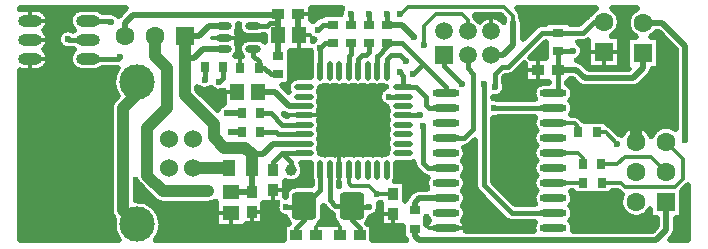
<source format=gtl>
G04 Layer_Physical_Order=1*
G04 Layer_Color=255*
%FSLAX24Y24*%
%MOIN*%
G70*
G01*
G75*
%ADD10C,0.0197*%
%ADD11R,0.0354X0.0276*%
%ADD12R,0.0276X0.0354*%
%ADD13O,0.0906X0.0236*%
%ADD14R,0.0394X0.0354*%
%ADD15R,0.0354X0.0394*%
G04:AMPARAMS|DCode=16|XSize=90.6mil|YSize=82.7mil|CornerRadius=12.4mil|HoleSize=0mil|Usage=FLASHONLY|Rotation=90.000|XOffset=0mil|YOffset=0mil|HoleType=Round|Shape=RoundedRectangle|*
%AMROUNDEDRECTD16*
21,1,0.0906,0.0579,0,0,90.0*
21,1,0.0657,0.0827,0,0,90.0*
1,1,0.0248,0.0289,0.0329*
1,1,0.0248,0.0289,-0.0329*
1,1,0.0248,-0.0289,-0.0329*
1,1,0.0248,-0.0289,0.0329*
%
%ADD16ROUNDEDRECTD16*%
%ADD17O,0.0650X0.0217*%
%ADD18O,0.0217X0.0650*%
%ADD19R,0.0453X0.0571*%
%ADD20O,0.0531X0.0236*%
%ADD21R,0.0571X0.0453*%
%ADD22R,0.0413X0.0551*%
%ADD23O,0.0787X0.0394*%
%ADD24C,0.0177*%
%ADD25C,0.0394*%
%ADD26C,0.0118*%
%ADD27C,0.0157*%
%ADD28C,0.0178*%
%ADD29C,0.0630*%
%ADD30R,0.0630X0.0630*%
%ADD31C,0.0591*%
%ADD32R,0.0591X0.0591*%
%ADD33R,0.0630X0.0630*%
%ADD34C,0.0600*%
%ADD35C,0.1181*%
%ADD36C,0.0236*%
%ADD37C,0.0394*%
D10*
X43981Y34291D02*
G03*
X44158Y34445I-251J468D01*
G01*
X43516Y35246D02*
G03*
X43479Y34291I215J-486D01*
G01*
X42953Y34789D02*
G03*
X42693Y35246I-531J0D01*
G01*
X42149D02*
G03*
X41972Y35074I272J-457D01*
G01*
D02*
G03*
X41867Y35005I110J-284D01*
G01*
X41972Y35074D02*
G03*
X41867Y35005I110J-284D01*
G01*
X42672Y34321D02*
G03*
X42953Y34789I-251J468D01*
G01*
X41722Y34124D02*
G03*
X41890Y34174I0J305D01*
G01*
X41722Y34124D02*
G03*
X41890Y34174I0J305D01*
G01*
X41722Y33829D02*
G03*
X41545Y34124I-335J0D01*
G01*
X41501Y33514D02*
G03*
X41722Y33829I-113J315D01*
G01*
X43953Y33035D02*
G03*
X44044Y33228I-223J223D01*
G01*
X43953Y33035D02*
G03*
X44044Y33228I-222J223D01*
G01*
X43396Y32608D02*
G03*
X43618Y32701I0J315D01*
G01*
X43396Y32608D02*
G03*
X43619Y32701I0J315D01*
G01*
X42665Y31307D02*
G03*
X42530Y31381I-195J-195D01*
G01*
X42665Y31307D02*
G03*
X42530Y31381I-195J-195D01*
G01*
X41719Y33421D02*
G03*
X41501Y33514I-223J-222D01*
G01*
X41549Y32701D02*
G03*
X41772Y32608I223J222D01*
G01*
X41549Y32701D02*
G03*
X41772Y32608I223J223D01*
G01*
X41719Y33422D02*
G03*
X41501Y33514I-223J-223D01*
G01*
X40354Y34734D02*
G03*
X40138Y34645I0J-305D01*
G01*
X40354Y34734D02*
G03*
X40139Y34645I0J-305D01*
G01*
X39665Y34990D02*
G03*
X39585Y35185I-276J0D01*
G01*
X39665Y34990D02*
G03*
X39585Y35185I-276J0D01*
G01*
X38145Y34913D02*
G03*
X38107Y35010I-271J-50D01*
G01*
X38145Y34913D02*
G03*
X38107Y35010I-271J-50D01*
G01*
X39705Y34774D02*
G03*
X39665Y34926I-315J0D01*
G01*
X39075Y34780D02*
G03*
X38268Y34805I-413J-302D01*
G01*
X38268D02*
G03*
X38145Y34913I-394J-327D01*
G01*
X39098Y34892D02*
G03*
X39075Y34780I292J-119D01*
G01*
X41398Y32417D02*
G03*
X41181Y32730I-335J0D01*
G01*
X41632Y31612D02*
G03*
X41437Y31693I-195J-195D01*
G01*
X41311D02*
G03*
X41398Y31917I-248J224D01*
G01*
X41632Y31612D02*
G03*
X41437Y31693I-195J-195D01*
G01*
X41398Y31917D02*
G03*
X41285Y32167I-335J0D01*
G01*
D02*
G03*
X41398Y32417I-222J250D01*
G01*
X40394Y32752D02*
G03*
X40122Y32222I0J-335D01*
G01*
X39222Y32992D02*
G03*
X39438Y33081I0J305D01*
G01*
X39222Y32992D02*
G03*
X39439Y33082I0J305D01*
G01*
X39124Y32621D02*
G03*
X39094Y32759I-335J0D01*
G01*
X38720Y32294D02*
G03*
X39124Y32621I69J327D01*
G01*
X38889Y32222D02*
G03*
X38720Y32250I-137J-305D01*
G01*
Y31584D02*
G03*
X38889Y31612I32J333D01*
G01*
X44813Y31220D02*
G03*
X43988Y30979I-325J-421D01*
G01*
D02*
G03*
X43006Y31022I-500J-180D01*
G01*
X43006D02*
G03*
X42925Y31048I-141J-303D01*
G01*
X42925Y29106D02*
G03*
X43017Y29046I195J195D01*
G01*
D02*
G03*
X43957Y28548I471J-246D01*
G01*
X42925Y29106D02*
G03*
X43017Y29046I195J195D01*
G01*
X40171Y31167D02*
G03*
X40171Y30667I222J-250D01*
G01*
X40122Y31612D02*
G03*
X40171Y31167I272J-195D01*
G01*
Y30667D02*
G03*
X40171Y30167I222J-250D01*
G01*
D02*
G03*
X40171Y29667I222J-250D01*
G01*
X41398Y28917D02*
G03*
X41311Y29142I-335J0D01*
G01*
X40171Y29667D02*
G03*
X40171Y29167I222J-250D01*
G01*
D02*
G03*
X40122Y28722I222J-250D01*
G01*
X44711Y27622D02*
G03*
X44803Y27844I-223J223D01*
G01*
X44710Y27621D02*
G03*
X44803Y27844I-222J223D01*
G01*
X41285Y28667D02*
G03*
X41398Y28917I-222J250D01*
G01*
Y28417D02*
G03*
X41285Y28667I-335J0D01*
G01*
Y28167D02*
G03*
X41398Y28417I-222J250D01*
G01*
Y27917D02*
G03*
X41285Y28167I-335J0D01*
G01*
X41387Y27835D02*
G03*
X41398Y27917I-324J83D01*
G01*
X40122Y28112D02*
G03*
X40069Y27835I272J-195D01*
G01*
X37752Y30612D02*
G03*
X37964Y30702I-4J305D01*
G01*
X37752Y30612D02*
G03*
X37964Y30702I-4J305D01*
G01*
X37815Y30417D02*
G03*
X37752Y30612I-335J0D01*
G01*
X37703Y30167D02*
G03*
X37815Y30417I-222J250D01*
G01*
Y29917D02*
G03*
X37703Y30167I-335J0D01*
G01*
Y29667D02*
G03*
X37815Y29917I-222J250D01*
G01*
X36073Y30098D02*
G03*
X36162Y29883I305J0D01*
G01*
X35935Y30089D02*
G03*
X36073Y30119I0J325D01*
G01*
Y30098D02*
G03*
X36163Y29882I305J0D01*
G01*
X37815Y29417D02*
G03*
X37703Y29667I-335J0D01*
G01*
X36343Y29702D02*
G03*
X36539Y29613I216J216D01*
G01*
X36343Y29702D02*
G03*
X36539Y29613I216J215D01*
G01*
Y29613D02*
G03*
X36532Y29232I272J-196D01*
G01*
X37703Y29167D02*
G03*
X37815Y29417I-222J250D01*
G01*
X39122Y28202D02*
G03*
X39339Y28112I216J215D01*
G01*
X39123Y28202D02*
G03*
X39339Y28112I216J216D01*
G01*
X38110Y29341D02*
G03*
X38200Y29124I305J0D01*
G01*
X38110Y29341D02*
G03*
X38200Y29125I305J0D01*
G01*
X37805Y27835D02*
G03*
X37815Y27917I-324J83D01*
G01*
Y28917D02*
G03*
X37703Y29167I-335J0D01*
G01*
X36250Y29232D02*
G03*
X36027Y29140I0J-315D01*
G01*
X37703Y28667D02*
G03*
X37815Y28917I-222J250D01*
G01*
X36250Y29232D02*
G03*
X36027Y29140I0J-315D01*
G01*
X35880Y28993D02*
G03*
X35803Y28868I222J-223D01*
G01*
X35880Y28992D02*
G03*
X35803Y28868I223J-223D01*
G01*
X37703Y28167D02*
G03*
X37815Y28417I-222J250D01*
G01*
D02*
G03*
X37703Y28667I-335J0D01*
G01*
X36496Y28304D02*
G03*
X36589Y28167I315J113D01*
G01*
X37815Y27917D02*
G03*
X37703Y28167I-335J0D01*
G01*
X36589D02*
G03*
X36496Y28030I222J-250D01*
G01*
X35810Y27549D02*
G03*
X35824Y27520I292J118D01*
G01*
X35810Y27549D02*
G03*
X35824Y27520I292J118D01*
G01*
X33692Y35246D02*
G03*
X33642Y35049I284J-177D01*
G01*
X33041Y35000D02*
G03*
X32982Y34994I0J-305D01*
G01*
X33041Y35000D02*
G03*
X32982Y34994I0J-305D01*
G01*
D02*
G03*
X32825Y34910I59J-299D01*
G01*
X32982Y34994D02*
G03*
X32825Y34910I59J-299D01*
G01*
X32707Y34238D02*
G03*
X32769Y34210I167J290D01*
G01*
X32755Y34841D02*
G03*
X32707Y34817I119J-313D01*
G01*
X32769Y34210D02*
G03*
X32707Y34153I194J-273D01*
G01*
X32657Y33497D02*
G03*
X32638Y33386I305J-111D01*
G01*
X32643Y33839D02*
G03*
X32657Y33800I320J98D01*
G01*
X30876Y34311D02*
G03*
X31033Y34350I0J335D01*
G01*
X31112Y34135D02*
G03*
X30876Y34232I-236J-237D01*
G01*
X30255Y34724D02*
G03*
X30581Y34311I325J-79D01*
G01*
Y34232D02*
G03*
X30354Y33652I0J-335D01*
G01*
X35166Y32628D02*
G03*
X35177Y31976I81J-325D01*
G01*
X35010Y32669D02*
G03*
X35166Y32628I157J284D01*
G01*
X35177Y31976D02*
G03*
X35218Y31831I325J13D01*
G01*
D02*
G03*
X35218Y31516I284J-157D01*
G01*
X34380Y32669D02*
G03*
X34695Y32669I157J284D01*
G01*
X34065D02*
G03*
X34380Y32669I157J284D01*
G01*
X34695D02*
G03*
X35010Y32669I157J284D01*
G01*
X33120D02*
G03*
X33435Y32669I157J284D01*
G01*
X32953Y32628D02*
G03*
X33120Y32669I10J325D01*
G01*
X33750D02*
G03*
X34065Y32669I157J284D01*
G01*
X33435D02*
G03*
X33750Y32669I157J284D01*
G01*
X35218Y31516D02*
G03*
X35218Y31201I284J-157D01*
G01*
Y31201D02*
G03*
X35218Y30886I284J-157D01*
G01*
D02*
G03*
X35218Y30571I284J-157D01*
G01*
Y30571D02*
G03*
X35177Y30403I284J-157D01*
G01*
X32195Y32943D02*
G03*
X31949Y32830I0J-325D01*
G01*
X32912Y32461D02*
G03*
X32953Y32618I-284J157D01*
G01*
X32912Y32146D02*
G03*
X32953Y32303I-284J157D01*
G01*
D02*
G03*
X32912Y32461I-325J0D01*
G01*
X31949Y32830D02*
G03*
X31877Y32687I246J-212D01*
G01*
D02*
G03*
X31911Y32461I317J-69D01*
G01*
X32912Y31831D02*
G03*
X32953Y31988I-284J157D01*
G01*
D02*
G03*
X32912Y32146I-325J0D01*
G01*
Y31516D02*
G03*
X32953Y31673I-284J157D01*
G01*
D02*
G03*
X32912Y31831I-325J0D01*
G01*
X32953Y31358D02*
G03*
X32912Y31516I-325J0D01*
G01*
Y30571D02*
G03*
X32953Y30728I-284J157D01*
G01*
X32912Y30886D02*
G03*
X32953Y31043I-284J157D01*
G01*
X31738Y31730D02*
G03*
X31870Y31677I181J258D01*
G01*
X31738Y31730D02*
G03*
X31870Y31677I181J258D01*
G01*
X32953Y30728D02*
G03*
X32912Y30886I-325J0D01*
G01*
X32953Y31043D02*
G03*
X32912Y31201I-325J0D01*
G01*
X32953Y30413D02*
G03*
X32912Y30571I-325J0D01*
G01*
Y31201D02*
G03*
X32953Y31358I-284J157D01*
G01*
X26026Y35114D02*
G03*
X25935Y35128I-91J-291D01*
G01*
X26026Y35114D02*
G03*
X25935Y35128I-91J-291D01*
G01*
X25692D02*
G03*
X25413Y35236I-279J-305D01*
G01*
X30226Y34646D02*
G03*
X30217Y34724I-335J0D01*
G01*
X30169Y34459D02*
G03*
X30226Y34646I-278J187D01*
G01*
Y33898D02*
G03*
X30169Y34085I-335J0D01*
G01*
D02*
G03*
X30226Y34272I-278J187D01*
G01*
X30119Y33652D02*
G03*
X30226Y33898I-227J246D01*
G01*
X26238Y34990D02*
G03*
X26026Y35114I-263J-207D01*
G01*
X30226Y34272D02*
G03*
X30169Y34459I-335J0D01*
G01*
X25020Y35236D02*
G03*
X24752Y34508I0J-413D01*
G01*
X23898Y34823D02*
G03*
X23484Y35236I-413J0D01*
G01*
X23091D02*
G03*
X22943Y35209I0J-413D01*
G01*
X24722Y34498D02*
G03*
X24628Y33888I-175J-285D01*
G01*
X24752Y33878D02*
G03*
X25020Y33150I268J-315D01*
G01*
X23898Y34193D02*
G03*
X23752Y34508I-413J0D01*
G01*
D02*
G03*
X23898Y34823I-268J315D01*
G01*
X23752Y33878D02*
G03*
X23898Y34193I-268J315D01*
G01*
Y33563D02*
G03*
X23752Y33878I-413J0D01*
G01*
X28864Y32621D02*
G03*
X29318Y32596I240J233D01*
G01*
X29318D02*
G03*
X29744Y32500I269J199D01*
G01*
X26209Y33258D02*
G03*
X26205Y32311I652J-476D01*
G01*
X25413Y33150D02*
G03*
X25692Y33258I0J413D01*
G01*
X29744Y32059D02*
G03*
X29537Y31855I108J-317D01*
G01*
X26096Y32202D02*
G03*
X25974Y31909I292J-293D01*
G01*
X26095Y32202D02*
G03*
X25974Y31909I292J-292D01*
G01*
X23484Y33150D02*
G03*
X23898Y33563I0J413D01*
G01*
X22943Y33177D02*
G03*
X23091Y33150I148J386D01*
G01*
X35177Y30403D02*
G03*
X35010Y30363I-10J-325D01*
G01*
X34380D02*
G03*
X34065Y30363I-157J-284D01*
G01*
X35446Y29478D02*
G03*
X35492Y29646I-278J167D01*
G01*
X35010Y30363D02*
G03*
X34695Y30363I-157J-284D01*
G01*
X34695D02*
G03*
X34380Y30363I-157J-284D01*
G01*
X34065D02*
G03*
X33750Y30363I-157J-284D01*
G01*
X33435D02*
G03*
X33120Y30363I-157J-284D01*
G01*
X33120D02*
G03*
X32953Y30403I-157J-284D01*
G01*
X33750Y30363D02*
G03*
X33435Y30363I-157J-284D01*
G01*
X33573Y29321D02*
G03*
X33603Y29321I20J324D01*
G01*
D02*
G03*
X33573Y29309I114J-321D01*
G01*
X32638Y29646D02*
G03*
X32667Y29510I325J0D01*
G01*
X32402Y29852D02*
G03*
X32327Y30089I-413J0D01*
G01*
X31791Y29489D02*
G03*
X32402Y29852I197J364D01*
G01*
X32142Y29341D02*
G03*
X31801Y29000I0J-341D01*
G01*
X31530Y28770D02*
G03*
X31806Y28288I300J-148D01*
G01*
X34913Y28740D02*
G03*
X34980Y28765I-80J325D01*
G01*
X34633Y28299D02*
G03*
X34931Y28632I-37J333D01*
G01*
D02*
G03*
X34913Y28740I-335J0D01*
G01*
X34520Y28087D02*
G03*
X34633Y28299I-225J256D01*
G01*
X33376Y28343D02*
G03*
X33512Y28070I341J0D01*
G01*
X33256Y28462D02*
G03*
X33376Y28390I209J209D01*
G01*
X33256Y28462D02*
G03*
X33376Y28390I209J209D01*
G01*
X31806Y28288D02*
G03*
X31912Y28091I336J54D01*
G01*
X32926Y28071D02*
G03*
X33061Y28343I-205J272D01*
G01*
X29231Y28730D02*
G03*
X29469Y28804I1J413D01*
G01*
X29232Y28730D02*
G03*
X29469Y28804I0J413D01*
G01*
X27424Y28852D02*
G03*
X27717Y28730I293J292D01*
G01*
X27424Y28851D02*
G03*
X27717Y28730I292J292D01*
G01*
X26801Y29539D02*
G03*
X26903Y29373I394J126D01*
G01*
X26801Y29539D02*
G03*
X26903Y29373I394J126D01*
G01*
X27667Y28041D02*
G03*
X26801Y28846I-807J0D01*
G01*
X25974Y28514D02*
G03*
X26078Y28240I413J0D01*
G01*
X25974Y28514D02*
G03*
X26078Y28240I413J0D01*
G01*
X26078D02*
G03*
X26244Y27520I782J-199D01*
G01*
X27476D02*
G03*
X27667Y28041I-616J522D01*
G01*
X31555Y33651D02*
Y34754D01*
X44158Y34445D02*
X44234D01*
X44173Y34291D02*
Y34445D01*
X44252Y34291D02*
Y34427D01*
X44130Y34409D02*
X44269D01*
X44262Y34252D02*
X44427D01*
X44094Y34291D02*
Y34373D01*
X44262Y34173D02*
X44505D01*
X44044Y34331D02*
X44348D01*
X43981Y34291D02*
X44262D01*
X43199D02*
X43479D01*
X43386Y35165D02*
Y35246D01*
X43307Y35081D02*
Y35246D01*
X43228Y34934D02*
Y35246D01*
X42924Y34961D02*
X43238D01*
X42945Y34882D02*
X43213D01*
X42953Y34803D02*
X43201D01*
X43307Y34291D02*
Y34438D01*
X43228Y34291D02*
Y34585D01*
X43386Y34291D02*
Y34355D01*
X42933Y34646D02*
X43211D01*
X42949Y34724D02*
X43200D01*
X42953Y34252D02*
X43199D01*
X44567Y31325D02*
Y34112D01*
X44488Y31331D02*
Y34190D01*
X44409Y31325D02*
Y34269D01*
X44234Y34445D02*
X44813Y33866D01*
X44262Y33228D02*
Y34291D01*
X44331Y31307D02*
Y34348D01*
X44646Y31307D02*
Y34033D01*
X44262Y34094D02*
X44584D01*
X44724Y31275D02*
Y33954D01*
X44262Y33937D02*
X44742D01*
X44262Y34016D02*
X44663D01*
X44262Y33858D02*
X44813D01*
X43150Y33238D02*
Y35246D01*
X43071Y33238D02*
Y35246D01*
X43199Y33238D02*
Y34291D01*
X42953Y34173D02*
X43199D01*
X42953Y33258D02*
Y34321D01*
X42992Y33238D02*
Y35246D01*
X42953Y33858D02*
X43199D01*
X42953Y33937D02*
X43199D01*
X42953Y33779D02*
X43199D01*
X42953Y34094D02*
X43199D01*
X42953Y34016D02*
X43199D01*
X42835Y35124D02*
Y35246D01*
X42756Y35202D02*
Y35246D01*
X42913Y34990D02*
Y35246D01*
X42693D02*
X43516D01*
X42047Y35167D02*
Y35246D01*
X42763Y35197D02*
X43428D01*
X42839Y35118D02*
X43338D01*
X42890Y35039D02*
X43278D01*
X39524Y35246D02*
X42149D01*
X39573Y35197D02*
X42080D01*
X41968Y35072D02*
Y35246D01*
X41890Y35026D02*
Y35246D01*
X39634Y35118D02*
X42004D01*
X41811Y34949D02*
Y35246D01*
X41732Y34870D02*
Y35246D01*
X39686Y34882D02*
X41744D01*
X41596Y34734D02*
X41867Y35005D01*
X39661Y35039D02*
X41908D01*
X39665Y34961D02*
X41822D01*
X42859Y34488D02*
X43274D01*
X42904Y34567D02*
X43235D01*
X42913Y34321D02*
Y34588D01*
X42793Y34409D02*
X43331D01*
X42835Y34321D02*
Y34455D01*
X42690Y34331D02*
X43417D01*
X42756Y34321D02*
Y34376D01*
X42672Y34321D02*
X42953D01*
X41721Y33858D02*
X41890D01*
Y33258D02*
Y34174D01*
X41811Y33329D02*
Y34137D01*
X41890Y33251D02*
Y34174D01*
X41545Y34124D02*
X41722D01*
X41732Y33408D02*
Y34124D01*
X41704Y33937D02*
X41890D01*
X41665Y34016D02*
X41890D01*
X41719Y33779D02*
X41890D01*
X41591Y34094D02*
X41890D01*
X44262Y33701D02*
X44813D01*
X44262Y33779D02*
X44813D01*
X44262Y33465D02*
X44813D01*
X44262Y33307D02*
X44813D01*
X44262Y33386D02*
X44813D01*
X44044Y33228D02*
X44813D01*
X43984Y33071D02*
X44813D01*
X44026Y33150D02*
X44813D01*
X43910Y32992D02*
X44813D01*
X43752Y32835D02*
X44813D01*
X43831Y32913D02*
X44813D01*
X43674Y32756D02*
X44813D01*
X44262Y33622D02*
X44813D01*
X42953D02*
X43199D01*
X44262Y33543D02*
X44813D01*
X42953D02*
X43199D01*
X42953Y33701D02*
X43199D01*
X42953Y33465D02*
X43199D01*
X44044Y33228D02*
X44262D01*
X42953Y33307D02*
X43199D01*
X42953Y33386D02*
X43199D01*
Y33238D02*
X43265D01*
X43701Y31286D02*
Y32783D01*
X43622Y31314D02*
Y32704D01*
X44252Y31275D02*
Y33228D01*
X43619Y32701D02*
X43953Y33035D01*
X43592Y32677D02*
X44813D01*
X43753Y31260D02*
X44223D01*
X44753D02*
X44813D01*
X42530Y31417D02*
X44813D01*
X42530Y31496D02*
X44813D01*
X42628Y31339D02*
X44813D01*
X43543Y31328D02*
Y32645D01*
X43464Y31330D02*
Y32616D01*
X43307Y31299D02*
Y32608D01*
X42677Y31295D02*
Y32608D01*
X42598Y31356D02*
Y32608D01*
X43228Y31263D02*
Y32608D01*
X43386Y31321D02*
Y32608D01*
X42530Y31381D02*
Y31506D01*
X42713Y31260D02*
X43223D01*
X41902Y33238D02*
X43199D01*
X41772Y32608D02*
X43396D01*
X41890Y33258D02*
X42953D01*
X41344Y32598D02*
X44813D01*
X41397Y32441D02*
X44813D01*
X41382Y32520D02*
X44813D01*
X41393Y32362D02*
X44813D01*
X41321Y32205D02*
X44813D01*
X41370Y32283D02*
X44813D01*
X41325Y32126D02*
X44813D01*
X41697Y33701D02*
X41890D01*
X41665Y33465D02*
X41890D01*
X41562Y33543D02*
X41890D01*
X41651Y33622D02*
X41890D01*
X41833Y33307D02*
X41890D01*
X41755Y33386D02*
X41890D01*
X41719Y33421D02*
X41902Y33238D01*
X42441Y31506D02*
Y32608D01*
X42362Y31506D02*
Y32608D01*
X42520Y31506D02*
Y32608D01*
X41394Y31968D02*
X44813D01*
X41371Y32047D02*
X44813D01*
X42283Y31506D02*
Y32608D01*
X41669Y31575D02*
X44813D01*
X41579Y31653D02*
X44813D01*
X41920Y31506D02*
X42530D01*
X41380Y31811D02*
X44813D01*
X41396Y31890D02*
X44813D01*
X41342Y31732D02*
X44813D01*
X42047Y31506D02*
Y32608D01*
X41968Y31506D02*
Y32608D01*
X42126Y31506D02*
Y32608D01*
X41811Y31506D02*
Y32608D01*
X41732Y31512D02*
Y32611D01*
X41890Y31506D02*
Y32608D01*
X41821Y31506D02*
X41920D01*
X41821D02*
X41920D01*
X42205D02*
Y32608D01*
X41632Y31612D02*
X41738Y31506D01*
X41821D01*
X41653Y34792D02*
Y35246D01*
X41575Y34734D02*
Y35246D01*
X41496Y34734D02*
Y35246D01*
X41339Y34734D02*
Y35246D01*
X41181Y34783D02*
Y35246D01*
X41417Y34734D02*
Y35246D01*
X41270Y34734D02*
X41596D01*
X41260Y34783D02*
Y35246D01*
X41270Y34734D02*
Y34783D01*
X40482D02*
X41270D01*
X41024D02*
Y35246D01*
X41102Y34783D02*
Y35246D01*
X40866Y34783D02*
Y35246D01*
X40787Y34783D02*
Y35246D01*
X40945Y34783D02*
Y35246D01*
X40630Y34783D02*
Y35246D01*
X40551Y34783D02*
Y35246D01*
X40709Y34783D02*
Y35246D01*
X40472Y34734D02*
Y35246D01*
X40394Y34734D02*
Y35246D01*
X40482Y34734D02*
Y34783D01*
X40354Y34734D02*
X40482D01*
X40315Y34732D02*
Y35246D01*
X40236Y34710D02*
Y35246D01*
X40482Y34075D02*
Y34124D01*
Y34075D02*
Y34124D01*
X41653Y34032D02*
Y34124D01*
X40372Y34016D02*
X40482D01*
X40451Y34094D02*
X40482D01*
Y33593D02*
Y34075D01*
X41653Y33472D02*
Y33625D01*
X41575Y33504D02*
Y33551D01*
X40215Y33858D02*
X40482D01*
X40294Y33937D02*
X40482D01*
X40136Y33779D02*
X40482D01*
X40394Y33593D02*
Y34037D01*
X40157Y34662D02*
Y35246D01*
X40472Y33593D02*
Y34116D01*
X40079Y34585D02*
Y35246D01*
X40236Y33593D02*
Y33879D01*
X40157Y33593D02*
Y33801D01*
X40315Y33593D02*
Y33958D01*
X40057Y33701D02*
X40482D01*
X40079Y33593D02*
Y33722D01*
X39606Y35161D02*
Y35246D01*
X39685Y34883D02*
Y35246D01*
X39524D02*
X39585Y35185D01*
X38107Y35010D02*
X38980D01*
X39665Y34926D02*
Y34990D01*
X38980Y35010D02*
X39098Y34892D01*
X39055Y34805D02*
Y34935D01*
X38833Y34961D02*
X39030D01*
X38976Y34882D02*
Y35010D01*
X38976Y34882D02*
X39094D01*
X38819Y34965D02*
Y35010D01*
X38504Y34965D02*
Y35010D01*
X38898Y34932D02*
Y35010D01*
X38425Y34932D02*
Y35010D01*
X38346Y34882D02*
Y35010D01*
X38189Y34882D02*
X38347D01*
X38189Y34882D02*
Y35010D01*
X38268Y34805D02*
Y35010D01*
X38131Y34961D02*
X38490D01*
X39705Y34724D02*
X40277D01*
X40000Y34506D02*
Y35246D01*
X39921Y34427D02*
Y35246D01*
X39703Y34803D02*
X41665D01*
X39705Y34646D02*
X40139D01*
X39705Y34211D02*
X40138Y34645D01*
X39979Y33622D02*
X40482D01*
X40000Y33593D02*
Y33643D01*
X39949Y33593D02*
X40481Y34124D01*
X39705Y34567D02*
X40061D01*
X39705Y34488D02*
X39982D01*
X39949Y33593D02*
X40463D01*
X39842Y34349D02*
Y35246D01*
X39764Y34270D02*
Y35246D01*
X39705Y34409D02*
X39903D01*
X39705Y34331D02*
X39824D01*
X39705Y34252D02*
X39746D01*
X39705Y34211D02*
Y34774D01*
X41289Y32884D02*
X41366D01*
X41289Y32805D02*
Y32884D01*
X41366D02*
X41549Y32701D01*
X41289Y32835D02*
X41415D01*
X41181Y32805D02*
X41289D01*
X40463D02*
X40571D01*
X41260Y32688D02*
Y32805D01*
X41181Y32730D02*
Y32805D01*
X41274Y32677D02*
X41575D01*
X41181Y32756D02*
X41494D01*
X40571Y32752D02*
Y32805D01*
X40394Y32752D02*
X40571D01*
X40472D02*
Y32805D01*
X40551Y32752D02*
Y32805D01*
X39793D02*
Y33437D01*
X40463Y32805D02*
X40571D01*
X40394Y32752D02*
Y32805D01*
X40315Y32743D02*
Y32805D01*
X39793D02*
X40463D01*
X40236Y32713D02*
Y32805D01*
X41575Y31656D02*
Y32677D01*
X41496Y31687D02*
Y32753D01*
X41653Y31591D02*
Y32631D01*
X41339Y32607D02*
Y32884D01*
X41417Y31693D02*
Y32832D01*
X41311Y31693D02*
X41437D01*
X40157Y32654D02*
Y32805D01*
X40079Y32530D02*
Y32805D01*
X40000Y32222D02*
Y32805D01*
X39842Y32222D02*
Y32805D01*
X39764Y32222D02*
Y33407D01*
X39921Y32222D02*
Y32805D01*
X41339Y32107D02*
Y32227D01*
X40079Y32222D02*
Y32304D01*
X41339Y31693D02*
Y31727D01*
X40079Y31530D02*
Y31612D01*
X39664Y33307D02*
X39793D01*
X39742Y33386D02*
X39793D01*
X39506Y33150D02*
X39793D01*
X39427Y33071D02*
X39793D01*
X39439Y33082D02*
X39793Y33437D01*
X39096Y32756D02*
X40571D01*
X39119Y32677D02*
X40183D01*
X39123Y32598D02*
X40112D01*
X39108Y32520D02*
X40075D01*
X39001Y32362D02*
X40064D01*
X39071Y32441D02*
X40060D01*
X38720Y32283D02*
X40087D01*
X39585Y33228D02*
X39793D01*
X39142Y32992D02*
X39793D01*
X39142Y32992D02*
X39222D01*
X39094Y32944D02*
X39142Y32992D01*
X39094Y32835D02*
X39793D01*
X39094Y32913D02*
X39793D01*
X39094Y32759D02*
Y32944D01*
X39606Y32222D02*
Y33250D01*
X39527Y32222D02*
Y33171D01*
X39685Y32222D02*
Y33328D01*
X38889Y32222D02*
X40122D01*
X39370D02*
Y33030D01*
X39449Y32222D02*
Y33092D01*
X38889Y31612D02*
X40122D01*
X38720Y31575D02*
X40098D01*
X38720Y31496D02*
X40068D01*
X38720Y31339D02*
X40068D01*
X38720Y31417D02*
X40059D01*
X38720Y31260D02*
X40098D01*
X39213Y32222D02*
Y32992D01*
X39134Y32222D02*
Y32984D01*
X39291Y32222D02*
Y33000D01*
X38976Y32222D02*
Y32344D01*
X38898Y32222D02*
Y32305D01*
X39055Y32222D02*
Y32418D01*
X38740Y32252D02*
Y32290D01*
X38720Y32250D02*
Y32294D01*
X38819Y32245D02*
Y32288D01*
X44803Y31227D02*
Y33876D01*
X44173Y31227D02*
Y33228D01*
X44813Y31220D02*
Y33866D01*
X44094Y31156D02*
Y33228D01*
X43937Y31084D02*
Y33019D01*
X44016Y31043D02*
Y33125D01*
X43925Y31102D02*
X44052D01*
X43970Y31024D02*
X44006D01*
X43858Y31181D02*
X44118D01*
X43858Y31181D02*
Y32940D01*
X43779Y31244D02*
Y32862D01*
X43150Y31209D02*
Y32608D01*
X43071Y31128D02*
Y32608D01*
X42913Y31059D02*
Y32608D01*
X42756Y31217D02*
Y32608D01*
X42992Y31028D02*
Y32608D01*
X42870Y31102D02*
X43052D01*
X42791Y31181D02*
X43118D01*
X42835Y31138D02*
Y32608D01*
X42665Y31307D02*
X42925Y31048D01*
X45163Y29291D02*
X45217D01*
X45197Y27520D02*
Y29325D01*
X45217Y27520D02*
Y29345D01*
X45020Y29148D02*
X45217Y29345D01*
X45085Y29213D02*
X45217D01*
X45118Y27520D02*
Y29246D01*
X45020Y29134D02*
X45217D01*
X45020Y28268D02*
Y29148D01*
X45039Y27520D02*
Y29167D01*
X45020Y29055D02*
X45217D01*
X42868Y29163D02*
X42925Y29106D01*
X42835Y27835D02*
Y29163D01*
X42756Y27835D02*
Y29163D01*
X42697Y29134D02*
X42898D01*
X42697Y29163D02*
X42868D01*
X42697Y29045D02*
Y29163D01*
X42992Y28990D02*
Y29057D01*
X42913Y27835D02*
Y29118D01*
X42697Y29055D02*
X42996D01*
X42126Y27835D02*
Y29045D01*
X38720Y31181D02*
X40157D01*
X38720Y31102D02*
X40115D01*
X38720Y30709D02*
X40132D01*
X38720Y30630D02*
X40135D01*
X38720Y30236D02*
X40112D01*
X38720Y30157D02*
X40161D01*
X38720Y29685D02*
X40153D01*
X38720Y29606D02*
X40117D01*
X40079Y31030D02*
Y31304D01*
X38720Y31024D02*
X40076D01*
X40079Y30530D02*
Y30804D01*
X38720Y30551D02*
X40087D01*
X38720Y30787D02*
X40085D01*
X38720Y30315D02*
X40075D01*
X40079Y29530D02*
Y29804D01*
Y30030D02*
Y30304D01*
X38720Y29527D02*
X40078D01*
X38720Y30079D02*
X40101D01*
X38720Y29764D02*
X40096D01*
X41732Y27835D02*
Y29045D01*
X41575Y27835D02*
Y29045D01*
X41811Y27835D02*
Y29045D01*
X41417Y27835D02*
Y29045D01*
X41496Y27835D02*
Y29045D01*
X41988D02*
X42087D01*
X41988D02*
X42087D01*
X42047Y27835D02*
Y29045D01*
X41378D02*
X41988D01*
X41890Y27835D02*
Y29045D01*
X41968Y27835D02*
Y29045D01*
X41378D02*
Y29142D01*
X40079Y29030D02*
Y29304D01*
X38975Y29213D02*
X40129D01*
X38896Y29291D02*
X40084D01*
X41318Y29134D02*
X41378D01*
X41311Y29142D02*
X41378D01*
X41339Y29107D02*
Y29142D01*
X39054Y29134D02*
X40139D01*
X39132Y29055D02*
X40089D01*
X45020Y28504D02*
X45217D01*
X45020Y28583D02*
X45217D01*
X45020Y28425D02*
X45217D01*
X45020Y28898D02*
X45217D01*
X45020Y28976D02*
X45217D01*
X45020Y28661D02*
X45217D01*
X44803Y28268D02*
X45217D01*
X45020Y28346D02*
X45217D01*
X44803Y28189D02*
X45217D01*
X44803Y27953D02*
X45217D01*
X44803Y28110D02*
X45217D01*
X44803Y27874D02*
X45217D01*
X45020Y28740D02*
X45217D01*
X45020Y28819D02*
X45217D01*
X44803Y27844D02*
Y28268D01*
X43766Y28346D02*
X43957D01*
X43866Y28425D02*
X43957D01*
Y28268D02*
Y28548D01*
X44803Y28031D02*
X45217D01*
X44803Y28268D02*
X45020D01*
X44173Y27975D02*
Y28268D01*
X43957D02*
X44173D01*
X44173Y27975D02*
Y28268D01*
X44094Y27896D02*
Y28268D01*
X44882Y27520D02*
Y28268D01*
X44803Y27520D02*
Y27837D01*
X44961Y27520D02*
Y28268D01*
X44799Y27795D02*
X45217D01*
X44726Y27638D02*
X45217D01*
X44776Y27716D02*
X45217D01*
X44724Y27520D02*
Y27636D01*
X44609Y27520D02*
X45217D01*
X44648Y27559D02*
X45217D01*
X44609Y27520D02*
X44710Y27621D01*
X43858Y27835D02*
Y28418D01*
X43779Y27835D02*
Y28355D01*
X43937Y27835D02*
Y28514D01*
X43622Y27835D02*
Y28285D01*
X43386Y27835D02*
Y28278D01*
X43701Y27835D02*
Y28312D01*
X44033Y27835D02*
X44173Y27975D01*
X44016Y27835D02*
Y28268D01*
X44646Y27520D02*
Y27556D01*
X43464Y27835D02*
Y28268D01*
X43543Y27835D02*
Y28271D01*
X41392Y28976D02*
X42987D01*
X41397Y28898D02*
X42966D01*
X41383Y28819D02*
X42957D01*
X41292Y28661D02*
X42975D01*
X41347Y28740D02*
X42960D01*
X41354Y28583D02*
X43003D01*
X41398Y28425D02*
X43111D01*
X41386Y28504D02*
X43046D01*
X41390Y28346D02*
X43210D01*
X41308Y28189D02*
X44173D01*
X41362Y28268D02*
X44173D01*
X41336Y28110D02*
X44173D01*
X42087Y29045D02*
X42697D01*
X41339Y28607D02*
Y28727D01*
X39447Y28740D02*
X40110D01*
X39369Y28819D02*
X40074D01*
X40079Y28722D02*
Y28804D01*
X39465Y28722D02*
X40122D01*
X39339Y28112D02*
X40122D01*
X37754Y28110D02*
X40120D01*
X43071Y27835D02*
Y28470D01*
X42992Y27835D02*
Y28609D01*
X43150Y27835D02*
Y28390D01*
X42598Y27835D02*
Y29045D01*
X42520Y27835D02*
Y29045D01*
X42677Y27835D02*
Y29045D01*
X41396Y27953D02*
X44151D01*
X43228Y27835D02*
Y28336D01*
X43307Y27835D02*
Y28300D01*
X41378Y28031D02*
X44173D01*
X41395Y27874D02*
X44072D01*
X41387Y27835D02*
X44033D01*
X42362D02*
Y29045D01*
X42283Y27835D02*
Y29045D01*
X42441Y27835D02*
Y29045D01*
X41653Y27835D02*
Y29045D01*
X41339Y28107D02*
Y28227D01*
X42205Y27835D02*
Y29045D01*
X40079Y28030D02*
Y28112D01*
X37795Y28031D02*
X40079D01*
X38720Y30866D02*
X40063D01*
X38720Y30945D02*
X40060D01*
X38720Y29467D02*
Y31584D01*
X37964Y30702D02*
X38110Y30848D01*
X38050Y30787D02*
X38110D01*
X37810Y30472D02*
X38110D01*
X38720Y29842D02*
X40068D01*
X38720Y29921D02*
X40059D01*
X38739Y29449D02*
X40061D01*
X38720Y30472D02*
X40064D01*
X38720Y30394D02*
X40060D01*
X38720Y30000D02*
X40069D01*
X37850Y30630D02*
X38110D01*
X37971Y30709D02*
X38110D01*
X37814Y30394D02*
X38110D01*
X37799Y30315D02*
X38110D01*
X37795Y30531D02*
Y30616D01*
Y30031D02*
Y30304D01*
X37806Y29842D02*
X38110D01*
X37815Y29921D02*
X38110D01*
X37813Y29449D02*
X38110D01*
X37805Y30000D02*
X38110D01*
X37795Y29531D02*
Y29804D01*
X37796Y29527D02*
X38110D01*
X39921Y28722D02*
Y31612D01*
X39842Y28722D02*
Y31612D01*
X40000Y28722D02*
Y31612D01*
X39685Y28722D02*
Y31612D01*
X39606Y28722D02*
Y31612D01*
X39764Y28722D02*
Y31612D01*
X39449Y28739D02*
Y31612D01*
X39370Y28817D02*
Y31612D01*
X39527Y28722D02*
Y31612D01*
X39291Y28896D02*
Y31612D01*
X39213Y28975D02*
Y31612D01*
X38720Y29467D02*
X39465Y28722D01*
X39055Y29132D02*
Y31612D01*
X38976Y29211D02*
Y31612D01*
X39134Y29054D02*
Y31612D01*
X38819Y29369D02*
Y31589D01*
X38740Y29447D02*
Y31583D01*
X38898Y29290D02*
Y31612D01*
X38110Y29341D02*
Y30848D01*
X38110Y27835D02*
Y30848D01*
X38031Y27835D02*
Y30769D01*
X37874Y27835D02*
Y30639D01*
X37953Y27835D02*
Y30691D01*
X37787Y30551D02*
X38110D01*
X37762Y30236D02*
X38110D01*
X37778Y29764D02*
X38110D01*
X37773Y30079D02*
X38110D01*
X37721Y29685D02*
X38110D01*
X37713Y30157D02*
X38110D01*
X35492Y30079D02*
X36073D01*
X35502Y30089D02*
X35935D01*
X35492Y30000D02*
X36089D01*
X35492Y29842D02*
X36202D01*
X35492Y29921D02*
X36130D01*
X36163Y29882D02*
X36343Y29702D01*
X35492Y29764D02*
X36281D01*
X35492Y29685D02*
X36361D01*
X36378Y29232D02*
Y29672D01*
X36299Y29232D02*
Y29746D01*
X36220Y29231D02*
Y29824D01*
X37757Y29606D02*
X38110D01*
X35768Y29370D02*
X36480D01*
X35768Y29449D02*
X36478D01*
X36457Y29232D02*
Y29630D01*
X36063Y29171D02*
Y30115D01*
X35984Y29097D02*
Y30092D01*
X35905Y29018D02*
Y30089D01*
X35748Y29478D02*
Y30089D01*
X35512Y29478D02*
Y30089D01*
X35827Y28922D02*
Y30089D01*
X36142Y29213D02*
Y29905D01*
X35669Y29478D02*
Y30089D01*
X35768Y28868D02*
Y29478D01*
X35492Y29646D02*
Y30079D01*
X35590Y29478D02*
Y30089D01*
X39211Y28976D02*
X40064D01*
X39290Y28898D02*
X40060D01*
X38817Y29370D02*
X40062D01*
X37807Y28346D02*
X38978D01*
X38200Y29124D02*
X39122Y28202D01*
X39213Y27835D02*
Y28139D01*
X39134Y27835D02*
Y28191D01*
X39291Y27835D02*
Y28116D01*
X37813Y27953D02*
X40061D01*
X37812Y27874D02*
X40062D01*
X37814Y28898D02*
X38427D01*
X37812Y29370D02*
X38110D01*
X37795Y29031D02*
Y29304D01*
X37810Y28976D02*
X38348D01*
X37804Y28504D02*
X38821D01*
X37800Y28819D02*
X38506D01*
X37815Y28425D02*
X38899D01*
X37795Y28531D02*
Y28804D01*
Y28031D02*
Y28304D01*
X39527Y27835D02*
Y28112D01*
X39449Y27835D02*
Y28112D01*
X39606Y27835D02*
Y28112D01*
X39055Y27835D02*
Y28269D01*
X38976Y27835D02*
Y28348D01*
X39370Y27835D02*
Y28112D01*
X39921Y27835D02*
Y28112D01*
X39842Y27835D02*
Y28112D01*
X40000Y27835D02*
Y28112D01*
X37805Y27835D02*
X40069D01*
X39685D02*
Y28112D01*
X39764Y27835D02*
Y28112D01*
X38504Y27835D02*
Y28821D01*
X38425Y27835D02*
Y28899D01*
X38583Y27835D02*
Y28742D01*
X38268Y27835D02*
Y29057D01*
X38189Y27835D02*
Y29136D01*
X38346Y27835D02*
Y28978D01*
X38819Y27835D02*
Y28506D01*
X38740Y27835D02*
Y28584D01*
X38898Y27835D02*
Y28427D01*
X38661Y27835D02*
Y28663D01*
X37745Y29213D02*
X38138D01*
X37790Y29291D02*
X38114D01*
X36250Y29232D02*
X36532D01*
X35768Y29291D02*
X36501D01*
X37764Y28740D02*
X38584D01*
X37785Y29055D02*
X38269D01*
X37771Y28583D02*
X38742D01*
X37736Y29134D02*
X38191D01*
X37709Y28661D02*
X38663D01*
X35880Y28993D02*
X36027Y29140D01*
X35768Y29213D02*
X36140D01*
X35768Y29134D02*
X36021D01*
X35768Y29055D02*
X35942D01*
X35768Y28976D02*
X35865D01*
X35768Y28898D02*
X35815D01*
X35768Y28868D02*
X35803D01*
X35768Y28809D02*
Y28868D01*
X37725Y28189D02*
X39136D01*
X37780Y28268D02*
X39057D01*
X36535Y28107D02*
Y28228D01*
X36496Y28189D02*
X36566D01*
X36496Y28110D02*
X36538D01*
X36496Y28159D02*
Y28258D01*
Y28304D01*
Y28159D02*
Y28258D01*
Y28030D02*
Y28159D01*
X35590Y27520D02*
Y27982D01*
X35512Y27520D02*
Y27982D01*
X35709Y27549D02*
X35810D01*
X35709D02*
Y27982D01*
X35669Y27520D02*
Y27982D01*
X33622Y35049D02*
Y35246D01*
X33543Y35049D02*
Y35246D01*
X32638D02*
X33692D01*
X33307Y35049D02*
Y35246D01*
X33386Y35049D02*
Y35246D01*
X33583Y35049D02*
X33642D01*
X33583Y35049D02*
X33642D01*
X33465Y35049D02*
Y35246D01*
X32638Y35197D02*
X33667D01*
X32638Y35118D02*
X33645D01*
X32982Y35049D02*
X33583D01*
X33150D02*
Y35246D01*
X33071Y35049D02*
Y35246D01*
X33228Y35049D02*
Y35246D01*
X32992Y35049D02*
Y35246D01*
X32913Y34972D02*
Y35246D01*
X32835Y34919D02*
Y35246D01*
X32992Y34996D02*
Y35049D01*
X32982Y34994D02*
Y35049D01*
X32638Y35039D02*
X32982D01*
X32638Y34961D02*
X32891D01*
X32756Y34841D02*
Y35246D01*
X32638Y34882D02*
X32797D01*
X32677Y34843D02*
Y35246D01*
X32755Y34841D02*
X32825Y34910D01*
X32707Y34153D02*
Y34238D01*
X32638Y34843D02*
X32707D01*
X32638D02*
Y35246D01*
X32598Y32943D02*
Y33839D01*
X32283Y32943D02*
Y33839D01*
X32657Y33497D02*
Y33800D01*
X32638Y32953D02*
Y33386D01*
X32520Y32943D02*
Y33839D01*
X32362Y32943D02*
Y33839D01*
X32441Y32943D02*
Y33839D01*
X31033Y34350D02*
X31112D01*
X31102Y34144D02*
Y34350D01*
X30989Y34331D02*
X31112D01*
X31024Y34198D02*
Y34345D01*
X31066Y34173D02*
X31112D01*
X30945Y34225D02*
Y34318D01*
X30226Y34252D02*
X31112D01*
X30581Y34311D02*
X30876D01*
X30581Y34232D02*
X30876D01*
X30551Y34231D02*
Y34312D01*
X30472Y34214D02*
Y34329D01*
X30394Y34175D02*
Y34368D01*
X30221Y34331D02*
X30468D01*
X30197Y34409D02*
X30344D01*
X30787Y34232D02*
Y34311D01*
X30709Y34232D02*
Y34311D01*
X30866Y34232D02*
Y34311D01*
X30630Y34232D02*
Y34311D01*
X30212Y34173D02*
X30391D01*
X32205Y32943D02*
Y33839D01*
X32126Y32936D02*
Y33839D01*
X32047Y32907D02*
Y33839D01*
X31949Y33779D02*
X32657D01*
X31998Y33839D02*
X32643D01*
X31949Y33701D02*
X32657D01*
X31949Y33307D02*
X32638D01*
X31949Y33386D02*
X32638D01*
X31949Y33228D02*
X32638D01*
X31949Y33543D02*
X32657D01*
X31949Y33622D02*
X32657D01*
X31949Y33465D02*
X32647D01*
X31949Y33839D02*
X31998D01*
X31949D02*
X31998D01*
X31968Y32851D02*
Y33839D01*
X31112Y34135D02*
Y34350D01*
X30315Y34101D02*
Y34442D01*
X31949Y33297D02*
Y33396D01*
Y33839D01*
Y32830D02*
Y33297D01*
X30119Y33652D02*
X30354D01*
X31949Y33297D02*
Y33396D01*
X32952Y31968D02*
X35178D01*
X32952Y32598D02*
X35088D01*
X32937Y31890D02*
X35192D01*
X35197Y31784D02*
Y31877D01*
Y31469D02*
Y31562D01*
X32947Y31732D02*
X35183D01*
X32952Y31653D02*
X35178D01*
X32937Y31575D02*
X35192D01*
X35039Y32566D02*
Y32654D01*
X34961Y32478D02*
Y32647D01*
X32947Y32362D02*
X34917D01*
X32952Y32283D02*
X34912D01*
X32947Y32047D02*
X35031D01*
X35197Y31154D02*
Y31247D01*
X32937Y31260D02*
X35192D01*
X32947Y31417D02*
X35183D01*
X32937Y30945D02*
X35192D01*
X35197Y30840D02*
Y30932D01*
Y30525D02*
Y30617D01*
X32937Y30630D02*
X35192D01*
X32947Y30787D02*
X35183D01*
X34567Y30402D02*
Y32629D01*
X34252Y30402D02*
Y32629D01*
X34882Y30402D02*
Y32629D01*
X33307Y30402D02*
Y32629D01*
X32992Y30402D02*
Y32629D01*
X33622Y30402D02*
Y32629D01*
X32952Y31024D02*
X35178D01*
X32952Y31339D02*
X35178D01*
X32952Y30709D02*
X35178D01*
X32947Y31102D02*
X35183D01*
X32947Y30472D02*
X35183D01*
X32195Y32943D02*
X32628D01*
X31949Y33071D02*
X32638D01*
X31949Y33150D02*
X32638D01*
X31949Y32992D02*
X32638D01*
X32937Y32520D02*
X34991D01*
X32922Y32441D02*
X34941D01*
X32937Y32205D02*
X34926D01*
X32922Y32126D02*
X34962D01*
X31949Y32913D02*
X32059D01*
X31666Y32687D02*
X31877D01*
X31811Y32542D02*
Y32687D01*
X31666D02*
X31904Y32448D01*
X31833Y32520D02*
X31885D01*
X31755Y32598D02*
X31871D01*
X31890Y32463D02*
Y32507D01*
X31676Y32677D02*
X31875D01*
X31732Y32621D02*
Y32687D01*
X32922Y31811D02*
X35208D01*
X32922Y31181D02*
X35208D01*
X32922Y31496D02*
X35208D01*
X32922Y30866D02*
X35208D01*
X32922Y30551D02*
X35208D01*
X31811Y31658D02*
Y31692D01*
X31815Y31654D02*
X31871D01*
X31738Y31730D02*
X31815Y31654D01*
X26457Y35209D02*
Y35246D01*
X26378Y35130D02*
Y35246D01*
X26299Y35052D02*
Y35246D01*
X26142Y35073D02*
Y35246D01*
X25984Y35124D02*
Y35246D01*
X26220Y35010D02*
Y35246D01*
X26012Y35118D02*
X26366D01*
X26063Y35106D02*
Y35246D01*
X26190Y35039D02*
X26287D01*
X25590Y35197D02*
X26444D01*
X25827Y35128D02*
Y35246D01*
X25748Y35128D02*
Y35246D01*
X25905Y35128D02*
Y35246D01*
X25591Y35196D02*
Y35246D01*
X24803Y35175D02*
Y35246D01*
X25669Y35148D02*
Y35246D01*
X25020Y35236D02*
X25413D01*
X25692Y35128D02*
X25935D01*
X24882Y35213D02*
Y35246D01*
X24724Y35112D02*
Y35246D01*
X24646Y34999D02*
Y35246D01*
X30217Y34724D02*
X30255D01*
X30236Y33652D02*
Y34724D01*
X30217Y34567D02*
X30255D01*
X30217Y34724D02*
X30255D01*
X30176Y34094D02*
X30310D01*
X30187Y34488D02*
X30285D01*
X30205Y34016D02*
X30268D01*
X26238Y34990D02*
X26494Y35246D01*
X24646Y34532D02*
Y34647D01*
X24724Y34498D02*
Y34534D01*
Y33852D02*
Y33888D01*
X24628D02*
X24741D01*
X24646Y33739D02*
Y33888D01*
X23836Y35039D02*
X24668D01*
X24567Y34547D02*
Y35246D01*
X24488Y34542D02*
Y35246D01*
X22943D02*
X26494D01*
X23660Y35197D02*
X24843D01*
X23774Y35118D02*
X24730D01*
X23893Y34882D02*
X24611D01*
X23897Y34803D02*
X24607D01*
X23886Y34724D02*
X24618D01*
X23858Y34646D02*
X24646D01*
X23874Y34961D02*
X24630D01*
X23809Y34567D02*
X24695D01*
X23858Y34999D02*
Y35246D01*
X23779Y35112D02*
Y35246D01*
X24409Y34518D02*
Y35246D01*
X23622Y35213D02*
Y35246D01*
X22943Y35209D02*
Y35246D01*
X23701Y35175D02*
Y35246D01*
X23091Y35236D02*
X23484D01*
X24331Y34468D02*
Y35246D01*
X24252Y34370D02*
Y35246D01*
X23774Y34488D02*
X24357D01*
X23836Y34409D02*
X24277D01*
X23874Y34331D02*
X24234D01*
X23858Y34016D02*
X24277D01*
X23886Y34094D02*
X24234D01*
X23774Y33858D02*
X24730D01*
X23809Y33937D02*
X24358D01*
X23836Y33779D02*
X24668D01*
X23858Y34369D02*
Y34647D01*
X23779Y34482D02*
Y34533D01*
X23893Y34252D02*
X24215D01*
X23897Y34173D02*
X24215D01*
X23779Y33852D02*
Y33904D01*
X23858Y33739D02*
Y34017D01*
X30315Y33652D02*
Y33694D01*
X30205Y33779D02*
X30268D01*
X30162Y33701D02*
X30310D01*
X30157Y33652D02*
Y33694D01*
X29055Y32337D02*
Y32523D01*
X28951Y32441D02*
X29744D01*
X28872Y32520D02*
X29397D01*
X29030Y32362D02*
X29744D01*
X26142Y33149D02*
Y33258D01*
X26063Y32907D02*
Y33258D01*
X25692D02*
X26209D01*
X23897Y33543D02*
X24607D01*
X28898Y32494D02*
Y32591D01*
X28864Y32528D02*
Y32621D01*
X28976Y32415D02*
Y32545D01*
X25656Y33228D02*
X26188D01*
X25020Y33150D02*
X25413D01*
X29744Y32059D02*
Y32500D01*
X29685Y32032D02*
Y32475D01*
X29606Y31969D02*
Y32461D01*
X29108Y32283D02*
X29744D01*
X29527Y31864D02*
Y32466D01*
X28864Y32528D02*
X29537Y31855D01*
X29423Y31968D02*
X29606D01*
X29502Y31890D02*
X29552D01*
X29266Y32126D02*
X29744D01*
X29187Y32205D02*
X29744D01*
X29345Y32047D02*
X29715D01*
X29291Y32100D02*
Y32577D01*
X29213Y32179D02*
Y32538D01*
X29370Y32022D02*
Y32540D01*
X29134Y32258D02*
Y32521D01*
X26063Y32165D02*
Y32656D01*
X25984Y31999D02*
Y33258D01*
X26096Y32202D02*
X26205Y32311D01*
X26142Y32248D02*
Y32414D01*
X29449Y31943D02*
Y32490D01*
X22943Y32913D02*
X26064D01*
X22943Y32835D02*
X26055D01*
X22943Y32756D02*
X26054D01*
X22943Y33150D02*
X26142D01*
X22943Y33071D02*
X26107D01*
X22943Y32992D02*
X26081D01*
X22943Y32362D02*
X26171D01*
X22943Y32441D02*
X26129D01*
X22943Y32283D02*
X26177D01*
X22943Y32598D02*
X26074D01*
X22943Y32677D02*
X26060D01*
X22943Y32520D02*
X26097D01*
X23874Y33701D02*
X24630D01*
X23893Y33622D02*
X24611D01*
X23886Y33465D02*
X24618D01*
X23809Y33307D02*
X24695D01*
X23858Y33386D02*
X24646D01*
X23727Y33228D02*
X24777D01*
X23091Y33150D02*
X23484D01*
X22943Y31968D02*
X25979D01*
X22943Y31890D02*
X25974D01*
X22943Y31811D02*
X25974D01*
X22943Y32205D02*
X26098D01*
X22943Y32126D02*
X26036D01*
X22943Y32047D02*
X25998D01*
X22943Y31417D02*
X25974D01*
X22943Y31496D02*
X25974D01*
X22943Y31339D02*
X25974D01*
X22943Y31653D02*
X25974D01*
X22943Y31732D02*
X25974D01*
X22943Y31575D02*
X25974D01*
X22943Y30945D02*
X25974D01*
X22943Y31024D02*
X25974D01*
X22943Y30866D02*
X25974D01*
X22943Y31181D02*
X25974D01*
X22943Y31260D02*
X25974D01*
X22943Y31102D02*
X25974D01*
X22943Y30551D02*
X25974D01*
X22943Y30630D02*
X25974D01*
X22943Y30472D02*
X25974D01*
X22943Y30787D02*
X25974D01*
X22943Y30709D02*
X25974D01*
X34803Y30400D02*
Y32632D01*
X34488Y30400D02*
Y32632D01*
X34646Y30385D02*
Y32647D01*
X34331Y30385D02*
Y32647D01*
X34173Y30400D02*
Y32632D01*
X34016Y30385D02*
Y32647D01*
X35118Y30400D02*
Y31994D01*
X34932Y30394D02*
X35088D01*
X34961Y30385D02*
Y32129D01*
X34302Y30394D02*
X34458D01*
X33987D02*
X34143D01*
X34617D02*
X34773D01*
X33701Y30385D02*
Y32647D01*
X33543Y30400D02*
Y32632D01*
X33465Y30377D02*
Y32654D01*
X33386Y30385D02*
Y32647D01*
X33071Y30385D02*
Y32647D01*
X33150Y30377D02*
Y32654D01*
X33937Y30402D02*
Y32629D01*
X33858Y30400D02*
Y32632D01*
X33672Y30394D02*
X33828D01*
X33357D02*
X33513D01*
X33228Y30400D02*
Y32632D01*
X33042Y30394D02*
X33198D01*
X35039Y30377D02*
Y32040D01*
X34724Y30377D02*
Y32654D01*
X34409Y30377D02*
Y32654D01*
X34094Y30377D02*
Y32654D01*
X35490Y29606D02*
X36535D01*
X35470Y29527D02*
X36495D01*
X35446Y29478D02*
X35768D01*
X33779Y30377D02*
Y32654D01*
X32638Y29646D02*
Y30079D01*
X32667Y29341D02*
Y29510D01*
X32401Y29842D02*
X32638D01*
X32396Y29921D02*
X32638D01*
X32392Y29764D02*
X32638D01*
X32374Y30000D02*
X32638D01*
X32334Y30079D02*
X32638D01*
X32366Y29685D02*
X32638D01*
X32244Y29527D02*
X32660D01*
X32320Y29606D02*
X32640D01*
X31791Y29370D02*
X32667D01*
X32078Y29449D02*
X32667D01*
X32142Y29341D02*
X32667D01*
X32520D02*
Y30089D01*
X32362Y30029D02*
Y30089D01*
X32598Y29341D02*
Y30089D01*
X32327D02*
X32628D01*
X32205Y29341D02*
Y29500D01*
X31791Y29439D02*
Y29489D01*
X32362Y29341D02*
Y29676D01*
X31791Y29449D02*
X31899D01*
X31791Y29439D02*
Y29489D01*
X32441Y29341D02*
Y30089D01*
X32283Y29341D02*
Y29563D01*
X32126Y29340D02*
Y29463D01*
X32047Y29327D02*
Y29443D01*
X31890Y29229D02*
Y29451D01*
X31811Y29081D02*
Y29479D01*
X31968Y29293D02*
Y29439D01*
X31791Y29291D02*
X31965D01*
X31791Y29213D02*
X31876D01*
X31791Y29134D02*
X31829D01*
X31801Y28955D02*
Y29000D01*
X31791Y28954D02*
Y29439D01*
X31496Y27520D02*
Y28770D01*
X31063D02*
X31530D01*
X31339Y27520D02*
Y28770D01*
X31260Y27520D02*
Y28770D01*
X31417Y27520D02*
Y28770D01*
X31102Y27520D02*
Y28770D01*
X31181Y27520D02*
Y28770D01*
X34980Y28652D02*
Y28765D01*
X34930Y28661D02*
X34980D01*
Y28652D02*
Y28765D01*
X34913Y28740D02*
X34980D01*
X34927Y28583D02*
X34980D01*
X34906Y28504D02*
X34980D01*
X34771Y28346D02*
X34980D01*
X34860Y28425D02*
X34980D01*
X34599Y28189D02*
X34980D01*
X34627Y28268D02*
X34980D01*
X33376Y28343D02*
Y28390D01*
X34544Y28110D02*
X34980D01*
X34567Y28070D02*
Y28137D01*
X34532Y28070D02*
X34695D01*
X33386D02*
Y28262D01*
X33465Y28070D02*
Y28113D01*
X35354Y27520D02*
Y27982D01*
X35276Y27520D02*
Y27982D01*
X35433Y27520D02*
Y27982D01*
X34695Y27953D02*
X35709D01*
X34980Y27982D02*
X35709D01*
X35197Y27520D02*
Y27982D01*
X34695Y27559D02*
X35709D01*
X34695Y27638D02*
X35709D01*
X34695Y27520D02*
X35824D01*
X34695Y27795D02*
X35709D01*
X34695Y27874D02*
X35709D01*
X34695Y27716D02*
X35709D01*
X34980Y27982D02*
Y28652D01*
X34961Y27520D02*
Y28756D01*
X34882Y27520D02*
Y28457D01*
X34724Y27520D02*
Y28323D01*
X34646Y28070D02*
Y28301D01*
X34803Y27520D02*
Y28369D01*
X35039Y27520D02*
Y27982D01*
X34695Y27520D02*
Y28070D01*
X35118Y27520D02*
Y27982D01*
X34695Y28031D02*
X34980D01*
X33069Y28649D02*
X33256Y28462D01*
X33061Y28504D02*
X33214D01*
X33061Y28583D02*
X33136D01*
X33061Y28343D02*
Y28658D01*
Y28346D02*
X33376D01*
X33061Y28425D02*
X33301D01*
X33053Y28268D02*
X33384D01*
X32969Y28110D02*
X33468D01*
X33024Y28189D02*
X33413D01*
X32926Y28071D02*
X33238D01*
X31063Y28425D02*
X31560D01*
X31063Y28504D02*
X31518D01*
X31063Y28346D02*
X31641D01*
X31063Y28740D02*
X31518D01*
X31063Y28661D02*
X31498D01*
X31063Y28583D02*
X31498D01*
X31063Y28268D02*
X31810D01*
X32992Y28071D02*
Y28137D01*
X31063Y28189D02*
X31838D01*
X31063Y28110D02*
X31893D01*
X33228Y28071D02*
Y28490D01*
X33150Y28071D02*
Y28569D01*
X33307Y28070D02*
Y28422D01*
X31811Y28071D02*
Y28261D01*
X33071Y28071D02*
Y28647D01*
X33238Y28070D02*
X33512D01*
X33199D02*
X33238D01*
X31742Y28071D02*
X31900D01*
X31890D02*
Y28113D01*
X30472Y28031D02*
X31742D01*
X31732Y27520D02*
Y28302D01*
X31653Y27520D02*
Y28338D01*
X31742Y27520D02*
Y28071D01*
X27650Y27874D02*
X31742D01*
X27662Y27953D02*
X31742D01*
X31575Y27520D02*
Y28406D01*
X27599Y27716D02*
X31742D01*
X27629Y27795D02*
X31742D01*
X27559Y27638D02*
X31742D01*
X27507Y27559D02*
X31742D01*
X27476Y27520D02*
X31742D01*
X26903Y29373D02*
X27424Y28852D01*
X27165Y28789D02*
Y29110D01*
X27244Y28751D02*
Y29032D01*
X26801Y28976D02*
X27299D01*
X26801Y29055D02*
X27221D01*
X26801Y28898D02*
X27378D01*
X31063Y28711D02*
Y28770D01*
X27077Y28819D02*
X27461D01*
X26850Y28848D02*
Y29437D01*
X26801Y29370D02*
X26906D01*
X26801Y29449D02*
X26843D01*
X26801Y28846D02*
Y29539D01*
X27008Y28835D02*
Y29268D01*
X26929Y28845D02*
Y29347D01*
X27087Y28816D02*
Y29189D01*
X26801Y29213D02*
X27063D01*
X26801Y29291D02*
X26984D01*
X26801Y29134D02*
X27142D01*
X27402Y28640D02*
Y28874D01*
X27323Y28703D02*
Y28953D01*
X25974Y28514D02*
Y31909D01*
X25827Y27520D02*
Y33258D01*
X25748Y27520D02*
Y33258D01*
X25905Y27520D02*
Y33258D01*
X31063Y28711D02*
Y28770D01*
X29469Y28681D02*
Y28804D01*
Y28681D02*
Y28804D01*
X27480Y28558D02*
Y28804D01*
X29449Y27520D02*
Y28792D01*
X25591Y27520D02*
Y33189D01*
X25512Y27520D02*
Y33161D01*
X25669Y27520D02*
Y33238D01*
X24961Y27520D02*
Y33154D01*
X24882Y27520D02*
Y33173D01*
X25433Y27520D02*
Y33150D01*
X25276Y27520D02*
Y33150D01*
X25197Y27520D02*
Y33150D01*
X25354Y27520D02*
Y33150D01*
X25039Y27520D02*
Y33150D01*
X25118Y27520D02*
Y33150D01*
X22943Y30079D02*
X25974D01*
X22943Y30157D02*
X25974D01*
X22943Y30000D02*
X25974D01*
X22943Y30315D02*
X25974D01*
X22943Y30394D02*
X25974D01*
X22943Y30236D02*
X25974D01*
X22943Y29606D02*
X25974D01*
X22943Y29685D02*
X25974D01*
X22943Y29527D02*
X25974D01*
X22943Y29842D02*
X25974D01*
X22943Y29921D02*
X25974D01*
X22943Y29764D02*
X25974D01*
X22943Y29449D02*
X25974D01*
X24173Y27520D02*
Y35246D01*
X24252Y27520D02*
Y34055D01*
X22943Y29291D02*
X25974D01*
X22943Y29370D02*
X25974D01*
X22943Y29213D02*
X25974D01*
X22943Y28898D02*
X25974D01*
X22943Y28976D02*
X25974D01*
X22943Y28819D02*
X25974D01*
X22943Y29134D02*
X25974D01*
X22943Y29055D02*
X25974D01*
X24409Y27520D02*
Y33908D01*
X24331Y27520D02*
Y33957D01*
X24488Y27520D02*
Y33883D01*
X24016Y27520D02*
Y35246D01*
X23937Y27520D02*
Y35246D01*
X24094Y27520D02*
Y35246D01*
X24724Y27520D02*
Y33274D01*
X24646Y27520D02*
Y33387D01*
X24803Y27520D02*
Y33211D01*
X23858Y27520D02*
Y33387D01*
X23779Y27520D02*
Y33274D01*
X24567Y27520D02*
Y33879D01*
X23622Y27520D02*
Y33173D01*
X23543Y27520D02*
Y33154D01*
X23701Y27520D02*
Y33211D01*
X22992Y27520D02*
Y33162D01*
X22943Y27520D02*
Y33177D01*
X23071Y27520D02*
Y33150D01*
X23386Y27520D02*
Y33150D01*
X23307Y27520D02*
Y33150D01*
X23465Y27520D02*
Y33150D01*
X23150Y27520D02*
Y33150D01*
X23228Y27520D02*
Y33150D01*
X31063Y28041D02*
Y28711D01*
X31024Y27520D02*
Y28041D01*
X30945Y27520D02*
Y28041D01*
X30472D02*
X31063D01*
X30787Y27520D02*
Y28041D01*
X30709Y27520D02*
Y28041D01*
X30866Y27520D02*
Y28041D01*
X29469Y27972D02*
X30472D01*
Y28041D01*
X30472Y27520D02*
Y27972D01*
X30236Y27520D02*
Y27972D01*
X30315Y27520D02*
Y27972D01*
X29322Y28740D02*
X29469D01*
Y27972D02*
Y28681D01*
X30157Y27520D02*
Y27972D01*
X30079Y27520D02*
Y27972D01*
X30394Y27520D02*
Y27972D01*
X29921Y27520D02*
Y27972D01*
X30000Y27520D02*
Y27972D01*
X29370Y27520D02*
Y28754D01*
X29291Y27520D02*
Y28735D01*
X30551Y27520D02*
Y28041D01*
X29134Y27520D02*
Y28730D01*
X29055Y27520D02*
Y28730D01*
X29213Y27520D02*
Y28730D01*
X29842Y27520D02*
Y27972D01*
X29764Y27520D02*
Y27972D01*
X30630Y27520D02*
Y28041D01*
X29606Y27520D02*
Y27972D01*
X29527Y27520D02*
Y27972D01*
X29685Y27520D02*
Y27972D01*
X28504Y27520D02*
Y28730D01*
X28425Y27520D02*
Y28730D01*
X28583Y27520D02*
Y28730D01*
X28268Y27520D02*
Y28730D01*
X28189Y27520D02*
Y28730D01*
X28346Y27520D02*
Y28730D01*
X28898Y27520D02*
Y28730D01*
X28819Y27520D02*
Y28730D01*
X28976Y27520D02*
Y28730D01*
X28661Y27520D02*
Y28730D01*
X28740Y27520D02*
Y28730D01*
X27717D02*
X29231D01*
X27559Y28445D02*
Y28762D01*
X27638Y28258D02*
Y28738D01*
X27377Y28661D02*
X29469D01*
X27264Y28740D02*
X27627D01*
X27459Y28583D02*
X29469D01*
X27654Y28189D02*
X29469D01*
X27635Y28268D02*
X29469D01*
X27664Y28110D02*
X29469D01*
X27570Y28425D02*
X29469D01*
X27522Y28504D02*
X29469D01*
X27607Y28346D02*
X29469D01*
X22943Y28661D02*
X25974D01*
X22943Y28583D02*
X25974D01*
X22943Y28740D02*
X25974D01*
X22943Y28504D02*
X25975D01*
X22943Y28346D02*
X26010D01*
X22943Y28425D02*
X25984D01*
X26063Y28167D02*
Y28258D01*
X22943Y28268D02*
X26056D01*
X22943Y28189D02*
X26067D01*
X28031Y27520D02*
Y28730D01*
X27953Y27520D02*
Y28730D01*
X28110Y27520D02*
Y28730D01*
X27795Y27520D02*
Y28730D01*
X27716Y27520D02*
Y28730D01*
X27874Y27520D02*
Y28730D01*
X27667Y28031D02*
X29469D01*
X27638Y27520D02*
Y27825D01*
X27559Y27520D02*
Y27637D01*
X22943Y27520D02*
X26244D01*
X22943Y28110D02*
X26056D01*
X25984Y27520D02*
Y28424D01*
X26063Y27520D02*
Y27916D01*
X22943Y27953D02*
X26058D01*
X22943Y28031D02*
X26053D01*
X22943Y27874D02*
X26071D01*
X22943Y27716D02*
X26121D01*
X22943Y27795D02*
X26092D01*
X26142Y27520D02*
Y27674D01*
X22943Y27638D02*
X26161D01*
X22943Y27559D02*
X26213D01*
X32224Y34380D02*
X32264Y34341D01*
X32224Y34380D02*
Y35049D01*
X35177Y34695D02*
X35669D01*
X36083Y34281D01*
X45128Y30846D02*
Y33996D01*
X44364Y34760D02*
X45128Y33996D01*
X43730Y34760D02*
X44364D01*
X40876Y33199D02*
X41496D01*
X41772Y32923D01*
X43396D01*
X43730Y33258D01*
Y33760D01*
X38661Y33691D02*
X39055D01*
X39390Y34026D01*
Y34774D01*
X36250Y28917D02*
X37146D01*
X36102Y28770D02*
X36250Y28917D01*
X36102Y28514D02*
Y28770D01*
Y27667D02*
Y27904D01*
Y27667D02*
X36250Y27520D01*
X44163D01*
X44488Y27844D01*
Y28799D01*
X30896Y32470D02*
X31437D01*
X31919Y31988D01*
X32411D01*
X31555Y34754D02*
Y35049D01*
X28451Y34331D02*
X28927D01*
X29242Y34646D01*
X29744D01*
X28500Y33593D02*
X28750D01*
X29055Y33898D01*
X29744D01*
X30669Y30384D02*
X31053D01*
X31398Y30728D01*
X32411D01*
X30669Y29124D02*
X30679Y29134D01*
X29852Y31742D02*
X30335D01*
X29980Y31132D02*
X30335D01*
X31545Y35039D02*
X31555Y35049D01*
X26732Y35039D02*
X31545D01*
X26451Y34758D02*
X26732Y35039D01*
X26451Y34331D02*
Y34758D01*
X28451Y33543D02*
X28500Y33593D01*
X30669Y29124D02*
X30669Y29124D01*
X29970Y29124D02*
X30669D01*
X30669Y29124D02*
Y29911D01*
D11*
X40876Y33819D02*
D03*
Y34429D02*
D03*
X36102Y27904D02*
D03*
Y28514D02*
D03*
X35177Y34085D02*
D03*
Y34695D02*
D03*
X34577Y34085D02*
D03*
Y34695D02*
D03*
X33976Y34085D02*
D03*
Y34695D02*
D03*
X33376Y34695D02*
D03*
Y34085D02*
D03*
X31555Y33651D02*
D03*
Y33041D02*
D03*
D12*
X41565Y31112D02*
D03*
X42175D02*
D03*
X42323Y30049D02*
D03*
X41713D02*
D03*
X42342Y29439D02*
D03*
X41732D02*
D03*
X29714Y33278D02*
D03*
X29104D02*
D03*
X30945Y31742D02*
D03*
X30335D02*
D03*
X30945Y31132D02*
D03*
X30335D02*
D03*
X30905Y33258D02*
D03*
X30295D02*
D03*
D13*
X40728Y27917D02*
D03*
Y28417D02*
D03*
Y28917D02*
D03*
Y29417D02*
D03*
Y29917D02*
D03*
Y30417D02*
D03*
Y30917D02*
D03*
Y31417D02*
D03*
Y31917D02*
D03*
Y32417D02*
D03*
X37146Y27917D02*
D03*
Y28417D02*
D03*
Y28917D02*
D03*
Y29417D02*
D03*
Y29917D02*
D03*
Y30417D02*
D03*
Y30917D02*
D03*
Y31417D02*
D03*
Y31917D02*
D03*
Y32417D02*
D03*
D14*
X40207Y33199D02*
D03*
X40876D02*
D03*
X32156Y27677D02*
D03*
X32825D02*
D03*
X34281Y27676D02*
D03*
X33612D02*
D03*
X32224Y35049D02*
D03*
X31555D02*
D03*
D15*
X35374Y28396D02*
D03*
Y29065D02*
D03*
X31398Y29183D02*
D03*
Y29852D02*
D03*
X30669Y29124D02*
D03*
Y28455D02*
D03*
D16*
X34006Y28671D02*
D03*
X32431D02*
D03*
D17*
X32411Y30413D02*
D03*
Y30728D02*
D03*
Y31043D02*
D03*
Y31358D02*
D03*
Y31673D02*
D03*
Y31988D02*
D03*
Y32303D02*
D03*
Y32618D02*
D03*
X35719D02*
D03*
Y32303D02*
D03*
Y31988D02*
D03*
Y31673D02*
D03*
Y31358D02*
D03*
Y31043D02*
D03*
Y30728D02*
D03*
Y30413D02*
D03*
D18*
X32963Y33169D02*
D03*
X33278D02*
D03*
X33593D02*
D03*
X33907D02*
D03*
X34222D02*
D03*
X34537D02*
D03*
X34852D02*
D03*
X35167D02*
D03*
Y29862D02*
D03*
X34852D02*
D03*
X34537D02*
D03*
X34222D02*
D03*
X33907D02*
D03*
X33593D02*
D03*
X33278D02*
D03*
X32963D02*
D03*
D19*
X30896Y32470D02*
D03*
X30187D02*
D03*
X31555Y34341D02*
D03*
X32264D02*
D03*
D20*
X29744Y33898D02*
D03*
X30728D02*
D03*
X29744Y34646D02*
D03*
X30728D02*
D03*
X29744Y34272D02*
D03*
D21*
X29970Y29124D02*
D03*
Y28415D02*
D03*
D22*
X30669Y29911D02*
D03*
X29921D02*
D03*
D23*
X25217Y33563D02*
D03*
Y34193D02*
D03*
Y34823D02*
D03*
X23287Y33563D02*
D03*
Y34193D02*
D03*
Y34823D02*
D03*
D24*
X40876Y32407D02*
Y33199D01*
X40876Y34429D02*
X41722D01*
X35600Y33120D02*
X35719Y33002D01*
Y32618D02*
Y33002D01*
X36381Y33379D02*
X37146Y32615D01*
X35676Y34085D02*
X36381Y33379D01*
X36053Y33051D02*
X36381Y33379D01*
X36559Y29917D02*
X37146D01*
X36378Y30098D02*
X36559Y29917D01*
X36378Y30098D02*
Y31309D01*
X38752Y31917D02*
X40728D01*
X40876Y33819D02*
X40876Y33819D01*
Y33199D02*
Y33819D01*
X42083Y34789D02*
X42421D01*
X41722Y34429D02*
X42083Y34789D01*
X40354Y34429D02*
X40876D01*
X39222Y33297D02*
X40354Y34429D01*
X39016Y33297D02*
X39222D01*
X38789Y33071D02*
X39016Y33297D01*
X38789Y32621D02*
Y33071D01*
X38415Y29341D02*
Y32707D01*
X38051Y31220D02*
Y33071D01*
X37087Y33317D02*
X37697Y32707D01*
X37748Y30917D02*
X38051Y31220D01*
X37874Y33248D02*
X38051Y33071D01*
X35719Y31673D02*
X36270D01*
X36596Y31917D02*
X37146D01*
X36486Y32028D02*
X36596Y31917D01*
X36486Y32028D02*
Y32274D01*
X37146Y32417D02*
Y32615D01*
X36142Y32618D02*
X36486Y32274D01*
X35719Y32618D02*
X36142D01*
X39339Y28417D02*
X40728D01*
X38415Y29341D02*
X39339Y28417D01*
X37874Y33248D02*
Y33691D01*
X37087Y33317D02*
Y33691D01*
X37146Y30917D02*
X37748D01*
X35246Y32303D02*
X35719D01*
X35600Y33701D02*
X35807Y33494D01*
X35177Y34085D02*
X35676D01*
X35325Y33701D02*
X35600D01*
X35167Y33543D02*
X35325Y33701D01*
X35167Y33169D02*
Y33543D01*
X35177Y34695D02*
Y35069D01*
Y33976D02*
Y34085D01*
X34872Y33671D02*
X35177Y33976D01*
X34872Y33667D02*
Y33671D01*
X34852Y33647D02*
X34872Y33667D01*
X34852Y33169D02*
Y33647D01*
X32874Y34528D02*
X33041Y34695D01*
X33376D01*
X29587Y32795D02*
X29714Y32923D01*
Y33278D01*
X25217Y33563D02*
X26230D01*
X26289Y33622D01*
X29104Y32854D02*
Y33278D01*
X25935Y34823D02*
X25974Y34783D01*
X25217Y34823D02*
X25935D01*
X34577Y34695D02*
Y35069D01*
X24567Y34193D02*
X25217D01*
X24547Y34213D02*
X24567Y34193D01*
X33976Y34695D02*
Y35069D01*
X34577Y33789D02*
Y34085D01*
X34488Y33701D02*
X34577Y33789D01*
X34364Y33701D02*
X34488D01*
X34222Y33559D02*
X34364Y33701D01*
X34222Y33169D02*
Y33559D01*
X33976Y33730D02*
Y34085D01*
X33907Y33661D02*
X33976Y33730D01*
X33907Y33169D02*
Y33661D01*
X33110Y34085D02*
X33376D01*
X32963Y33937D02*
X33110Y34085D01*
X32963Y33169D02*
Y33937D01*
X31398Y30020D02*
Y30118D01*
X31693Y30413D01*
X32411D01*
X31693D02*
X31988Y30118D01*
Y29852D02*
Y30118D01*
D25*
X43488Y30799D02*
Y31482D01*
X26860Y32382D02*
Y32782D01*
X26388Y31909D02*
X26860Y32382D01*
X26388Y28514D02*
Y31909D01*
Y28514D02*
X26860Y28041D01*
X27717Y29144D02*
X29232D01*
X27195Y29665D02*
X27717Y29144D01*
X27195Y29665D02*
Y31240D01*
X27864Y31909D01*
Y33248D01*
X27451Y33661D02*
X27864Y33248D01*
X27451Y33661D02*
Y34331D01*
X28451Y33543D02*
Y34331D01*
X30669Y29911D02*
Y30384D01*
X30453Y30600D02*
X30669Y30384D01*
X29409Y30945D02*
Y31398D01*
Y30945D02*
X29754Y30600D01*
X30453D01*
X28451Y32356D02*
X29409Y31398D01*
X28451Y32356D02*
Y33543D01*
X29913Y29919D02*
X29921Y29911D01*
X28715Y29919D02*
X29913D01*
D26*
X43982Y30305D02*
X44488Y29799D01*
X43120Y30305D02*
X43982D01*
X42342Y29439D02*
X42982D01*
X43120Y29301D01*
X44783D01*
X42421Y33789D02*
X42854D01*
X42421Y33356D02*
Y33789D01*
X41988D02*
X42421D01*
X38661Y34478D02*
Y34892D01*
X40207Y33199D02*
Y33494D01*
Y32904D02*
Y33199D01*
X39892D02*
X40207D01*
X43488Y30799D02*
Y31232D01*
X37146Y27917D02*
X37717D01*
X36575D02*
X37146D01*
X32264Y34341D02*
X32608D01*
X32264Y33937D02*
Y34341D01*
X32224Y35049D02*
X32539D01*
X32411Y31673D02*
X32854D01*
X31969D02*
X32411D01*
X29744Y34272D02*
X30128D01*
X29360D02*
X29744D01*
X23287Y34823D02*
X23799D01*
X23287D02*
Y35138D01*
Y34193D02*
X23799D01*
X30295Y33258D02*
Y33553D01*
X29843Y32470D02*
X30187D01*
X23287Y33563D02*
X23799D01*
X23287Y33248D02*
Y33563D01*
X33593Y29862D02*
Y30305D01*
Y29419D02*
Y29862D01*
X31398Y29183D02*
X31693D01*
X31398Y28868D02*
Y29183D01*
X35079Y28396D02*
X35374D01*
Y28081D02*
Y28396D01*
X33612Y27676D02*
Y27972D01*
X32825Y27677D02*
Y27972D01*
X30669Y28455D02*
X30965D01*
X30669Y28140D02*
Y28455D01*
X29970Y28071D02*
Y28415D01*
X29567D02*
X29970D01*
X37874Y34478D02*
Y34862D01*
X37687Y35049D02*
X37874Y34862D01*
X36821Y35049D02*
X37687D01*
X36417Y34646D02*
X36821Y35049D01*
X36417Y34035D02*
Y34646D01*
X39390Y34774D02*
Y34990D01*
X39094Y35285D02*
X39390Y34990D01*
X35886Y35285D02*
X39094D01*
X35650Y35049D02*
X35886Y35285D01*
X35630Y35049D02*
X35650D01*
X45049Y29567D02*
Y30238D01*
X44488Y30799D02*
X45049Y30238D01*
X44783Y29301D02*
X45049Y29567D01*
X41711Y29417D02*
X41732Y29439D01*
X40728Y29417D02*
X41711D01*
X41713Y30049D02*
Y30266D01*
X41561Y30417D02*
X41713Y30266D01*
X40728Y30417D02*
X41561D01*
X41565Y31112D02*
Y31289D01*
X41437Y31417D02*
X41565Y31289D01*
X40728Y31417D02*
X41437D01*
X42470Y31112D02*
X42864Y30719D01*
X42175Y31112D02*
X42470D01*
X42864Y30049D02*
X43120Y30305D01*
X42323Y30049D02*
X42864D01*
X33986Y29331D02*
X34567D01*
X34833Y29065D01*
X35374D01*
X33907Y29409D02*
X33986Y29331D01*
X33907Y29409D02*
Y29862D01*
D27*
X40876Y33819D02*
X41378D01*
X41388Y33829D01*
X31280Y34754D02*
X31555D01*
X31171Y34646D02*
X31280Y34754D01*
X30728Y34646D02*
X31171D01*
X30728Y33671D02*
Y33898D01*
Y33671D02*
X30905Y33494D01*
Y33258D02*
Y33494D01*
X31309Y33041D02*
X31555D01*
X31093Y33258D02*
X31309Y33041D01*
X30905Y33258D02*
X31093D01*
X30945Y31742D02*
X31309D01*
X31693Y31358D01*
X32411D01*
X30945Y31132D02*
X31476D01*
X31565Y31043D01*
X32411D01*
X32382Y28622D02*
X32431Y28671D01*
X31831Y28622D02*
X32382D01*
X34006Y28671D02*
X34045Y28632D01*
X34596D01*
X32431Y28199D02*
Y28671D01*
X32156Y27923D02*
X32431Y28199D01*
X32156Y27677D02*
Y27923D01*
X34006Y28189D02*
Y28671D01*
Y28189D02*
X34281Y27913D01*
Y27676D02*
Y27913D01*
X32431Y28671D02*
X32963Y29203D01*
Y29862D01*
X33465Y28671D02*
X34006D01*
X33278Y28858D02*
X33465Y28671D01*
X33278Y28858D02*
Y29862D01*
D28*
X31398Y29852D02*
Y30020D01*
D29*
X43488Y30799D02*
D03*
X44488D02*
D03*
X43488Y29799D02*
D03*
Y28799D02*
D03*
X44488Y29799D02*
D03*
X43730Y34760D02*
D03*
X42421Y34789D02*
D03*
X27451Y34331D02*
D03*
X26451D02*
D03*
D30*
X44488Y28799D02*
D03*
X43730Y33760D02*
D03*
X42421Y33789D02*
D03*
D31*
X38661Y34478D02*
D03*
Y33691D02*
D03*
X37874Y34478D02*
D03*
X37087D02*
D03*
X37874Y33691D02*
D03*
D32*
X37087D02*
D03*
D33*
X28451Y34331D02*
D03*
D34*
X28715Y29919D02*
D03*
X27927D02*
D03*
X28715Y30904D02*
D03*
X27927D02*
D03*
D35*
X26860Y28041D02*
D03*
Y32782D02*
D03*
D36*
X28760Y28484D02*
D03*
X31476Y28022D02*
D03*
X30502Y27677D02*
D03*
X29193Y27707D02*
D03*
X32087Y33632D02*
D03*
X32234Y33209D02*
D03*
X32470Y33642D02*
D03*
X45049Y27657D02*
D03*
X41949Y32293D02*
D03*
X44429Y32598D02*
D03*
X40000Y34695D02*
D03*
X39390Y32805D02*
D03*
X39616Y32352D02*
D03*
X40000Y32805D02*
D03*
X40354Y33789D02*
D03*
X42402Y27992D02*
D03*
X41555Y28593D02*
D03*
X39715Y28937D02*
D03*
X39045Y30276D02*
D03*
X39636Y31339D02*
D03*
X39744Y27943D02*
D03*
X38878Y28071D02*
D03*
X37982Y28888D02*
D03*
X38022Y30502D02*
D03*
X38041Y27943D02*
D03*
X34813Y28081D02*
D03*
X35433Y27751D02*
D03*
X35974Y29724D02*
D03*
X34134Y32116D02*
D03*
X34882Y31122D02*
D03*
X33100Y31683D02*
D03*
X33593Y30502D02*
D03*
X33593Y29419D02*
D03*
X33150Y28455D02*
D03*
X23701Y28868D02*
D03*
X23760Y28051D02*
D03*
X24518Y28878D02*
D03*
X24045Y33553D02*
D03*
X24075Y34154D02*
D03*
Y34823D02*
D03*
X29331Y32293D02*
D03*
X30236Y33652D02*
D03*
X30226Y34252D02*
D03*
X41388Y33829D02*
D03*
X36083Y34281D02*
D03*
X36417Y34035D02*
D03*
X35600Y33120D02*
D03*
X36053Y33051D02*
D03*
X36378Y31309D02*
D03*
X38752Y31917D02*
D03*
X45128Y30846D02*
D03*
X38789Y32621D02*
D03*
X37697Y32707D02*
D03*
X38415D02*
D03*
X36270Y31673D02*
D03*
X35246Y32303D02*
D03*
X35807Y33494D02*
D03*
X35177Y35069D02*
D03*
X35630Y35049D02*
D03*
X32963Y33937D02*
D03*
X42864Y30719D02*
D03*
X32874Y34528D02*
D03*
X29587Y32795D02*
D03*
X26289Y33622D02*
D03*
X29104Y32854D02*
D03*
X25974Y34783D02*
D03*
X34577Y35069D02*
D03*
X24547Y34213D02*
D03*
X33976Y35069D02*
D03*
X34833Y29065D02*
D03*
X31831Y28622D02*
D03*
X34596Y28632D02*
D03*
X29852Y31742D02*
D03*
X29980Y31132D02*
D03*
D37*
X31988Y29852D02*
D03*
X29232Y29144D02*
D03*
M02*

</source>
